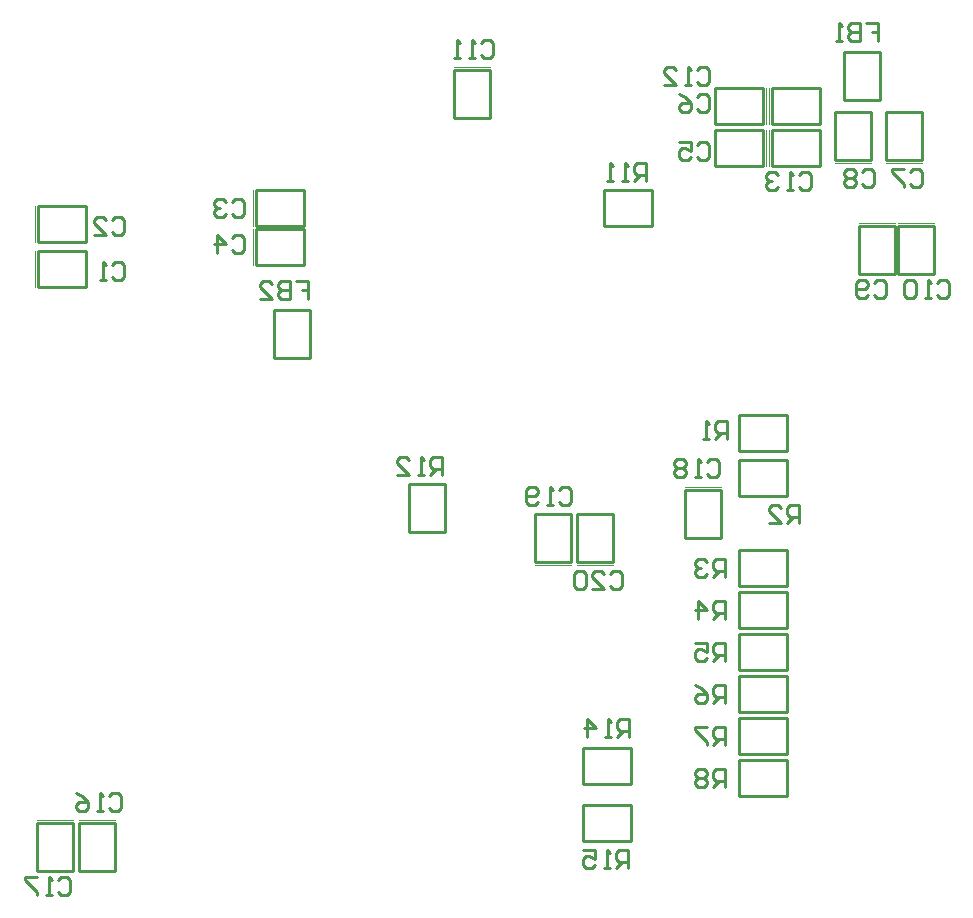
<source format=gbo>
G04 Layer_Color=32896*
%FSLAX44Y44*%
%MOMM*%
G71*
G01*
G75*
%ADD30C,0.2540*%
%ADD48C,0.0254*%
D30*
X397789Y329800D02*
Y332339D01*
X387632Y342496D01*
Y345035D01*
X397789D01*
X407946D02*
X410485Y342496D01*
X415563D02*
X418102Y345035D01*
X423181D01*
X425720Y342496D01*
Y332339D01*
X423181Y329800D01*
X418102D01*
X415563Y332339D01*
X410485Y329800D02*
X405407D01*
X407946D01*
Y345035D01*
X433340Y350120D02*
X463820D01*
Y390760D01*
X433340D01*
Y350120D01*
X461283Y400920D02*
X458743Y403459D01*
X461283Y400920D02*
X466361D01*
X468900Y403459D01*
Y413616D01*
X466361Y416155D01*
X461283D01*
X458743Y413616D01*
X453665D02*
X451126Y416155D01*
Y400920D01*
X448587D01*
X453665D01*
X440969Y403459D02*
X438430Y400920D01*
X433352D01*
X430812Y403459D01*
Y405998D01*
X433352Y408537D01*
X440969D01*
Y403459D01*
Y408537D02*
X435891Y413616D01*
X430812Y416155D01*
X428260Y390760D02*
X397780D01*
Y350120D01*
X428260D01*
Y390760D01*
X712740Y637140D02*
X743220D01*
Y677780D01*
X712740D01*
Y637140D01*
X730523Y685400D02*
X735602Y690478D01*
X733063D02*
X740680D01*
Y685400D02*
Y700635D01*
X733063D01*
X730523Y698096D01*
Y693018D01*
X733063Y690478D01*
X722906Y700635D02*
X725445Y698096D01*
Y685400D02*
X720367D01*
X722906D01*
Y700635D01*
X710210D02*
X712749Y698096D01*
X702592D02*
X705132Y700635D01*
X710210D01*
X702592Y698096D02*
Y695557D01*
X712749Y685400D01*
X702592D01*
X819420Y611740D02*
Y652380D01*
X849900D01*
Y611740D01*
X819420D01*
X852453Y591419D02*
X854992Y588880D01*
X860071D01*
X862610Y591419D01*
Y601576D01*
X860071Y604115D01*
X854992D01*
X852453Y601576D01*
Y591419D01*
X867688Y588880D02*
X877845D01*
X867688Y599037D01*
Y601576D01*
X870227Y604115D01*
X875306D01*
X877845Y601576D01*
X882923D02*
X885462Y604115D01*
X890541D01*
X893080Y601576D01*
Y591419D01*
X890541Y588880D01*
X885462D01*
X882923Y591419D01*
X885460Y611740D02*
Y652380D01*
X854980D01*
Y611740D01*
X885460D01*
X849900Y662539D02*
X847361Y660000D01*
X842282D01*
X839743Y662539D01*
X834665Y660000D02*
X829587D01*
X832126D01*
Y675235D01*
X834665Y672696D01*
X839743D02*
X842282Y675235D01*
X847361D01*
X849900Y672696D01*
Y662539D01*
X819430Y675235D02*
X821969Y672696D01*
Y670157D01*
X819430Y667617D01*
X811812D01*
Y662539D02*
Y672696D01*
X814352Y675235D01*
X819430D01*
X821969Y662539D02*
X819430Y660000D01*
X814352D01*
X811812Y662539D01*
X937526Y685545D02*
X940066Y683006D01*
X945144D01*
X947683Y685545D01*
Y688084D01*
X945144Y690623D01*
X947683Y693163D01*
Y695702D01*
X945144Y698241D01*
X940066D01*
X937526Y695702D01*
Y693163D01*
X940066Y690623D01*
X937526Y688084D01*
Y685545D01*
X940066Y690623D02*
X945144D01*
X955301Y683006D02*
X957840D01*
Y698241D01*
X960379Y695702D01*
X965457D02*
X967997Y698241D01*
X973075D01*
X975614Y695702D01*
Y685545D01*
X973075Y683006D01*
X967997D01*
X965457Y685545D01*
X960379Y683006D02*
X955301D01*
X946420Y672700D02*
X976900D01*
Y632060D01*
X946420D01*
Y672700D01*
X992140Y621900D02*
X1032780D01*
Y591420D01*
X992140D01*
Y621900D01*
X980694Y614327D02*
X973076D01*
X970537Y611788D01*
Y606710D01*
X973076Y604170D01*
X980694D01*
Y599092D02*
Y614327D01*
X975616Y604170D02*
X970537Y599092D01*
X973076Y578767D02*
X970537Y576228D01*
Y571149D01*
X973076Y568610D01*
X980694D01*
X975616D02*
X970537Y563532D01*
X980694D02*
Y578767D01*
X973076D01*
X992140Y586340D02*
X1032780D01*
Y555860D01*
X992140D01*
Y586340D01*
Y550620D02*
X1032780D01*
Y520140D01*
X992140D01*
Y550620D01*
X980694Y543047D02*
X973076D01*
X970537Y540508D01*
Y535429D01*
X973076Y532890D01*
X980694D01*
Y527812D02*
Y543047D01*
X975616Y532890D02*
X970537Y527812D01*
X992140Y515220D02*
X1032780D01*
Y484740D01*
X992140D01*
Y515220D01*
X980694Y507647D02*
X973076D01*
X970537Y505108D01*
Y500029D01*
X973076Y497490D01*
X980694D01*
Y492412D02*
Y507647D01*
X975616Y497490D02*
X970537Y492412D01*
X973076Y471927D02*
X970537Y469388D01*
Y464310D01*
X973076Y461770D01*
X980694D01*
X975616D02*
X970537Y456692D01*
X980694D02*
Y471927D01*
X973076D01*
X992140Y479500D02*
X1032780D01*
Y449020D01*
X992140D01*
Y479500D01*
Y444100D02*
X1032780D01*
Y413620D01*
X992140D01*
Y444100D01*
X980694Y436527D02*
X973076D01*
X970537Y433988D01*
Y428909D01*
X973076Y426370D01*
X980694D01*
Y421292D02*
Y436527D01*
X975616Y426370D02*
X970537Y421292D01*
X965459Y431449D02*
Y433988D01*
X962920Y436527D01*
X957841D01*
X955302Y433988D01*
Y431449D01*
X957841Y428909D01*
X955302Y426370D01*
Y423831D01*
X957841Y421292D01*
X962920D01*
X965459Y423831D01*
Y426370D01*
X962920Y428909D01*
X965459Y431449D01*
Y456692D02*
Y459231D01*
X955302Y469388D01*
Y471927D01*
X965459D01*
Y494951D02*
X962920Y492412D01*
X957841D01*
X955302Y494951D01*
Y497490D01*
X957841Y500029D01*
X965459D01*
Y494951D01*
Y500029D02*
X960381Y505108D01*
X955302Y507647D01*
Y530351D02*
X957841Y527812D01*
X962920D01*
X965459Y530351D01*
Y535429D02*
X960381Y537969D01*
X957841D01*
X955302Y535429D01*
Y530351D01*
X965459Y535429D02*
Y543047D01*
X955302D01*
X957841Y563532D02*
Y578767D01*
X965459Y571149D01*
X955302D01*
Y601631D02*
X957841Y599092D01*
X962920D01*
X965459Y601631D01*
Y611788D02*
X962920Y614327D01*
X957841D01*
X955302Y611788D01*
Y609249D01*
X957841Y606710D01*
X960381D01*
X957841D01*
X955302Y604170D01*
Y601631D01*
X1017548Y644760D02*
X1027705D01*
X1017548Y654917D01*
Y657456D01*
X1020087Y659995D01*
X1025166D01*
X1027705Y657456D01*
X1032783D02*
Y652377D01*
X1035322Y649838D01*
X1042940D01*
X1037862D02*
X1032783Y644760D01*
X1042940D02*
Y659995D01*
X1035322D01*
X1032783Y657456D01*
X1032780Y667620D02*
Y698100D01*
X992140D01*
Y667620D01*
X1032780D01*
Y705720D02*
Y736200D01*
X992140D01*
Y705720D01*
X1032780D01*
X981980Y731115D02*
X974362D01*
X971823Y728576D01*
Y723497D01*
X974362Y720958D01*
X981980D01*
Y715880D02*
Y731115D01*
X976902Y720958D02*
X971823Y715880D01*
X966745Y728576D02*
X964206Y731115D01*
Y715880D01*
X961667D01*
X966745D01*
X1093747Y835260D02*
X1091208Y837799D01*
Y847956D01*
X1093747Y850495D01*
X1098826D01*
X1101365Y847956D01*
Y845417D01*
X1098826Y842878D01*
X1091208D01*
X1093747Y835260D02*
X1098826D01*
X1101365Y837799D01*
X1093740Y855580D02*
X1124220D01*
Y896220D01*
X1093740D01*
Y855580D01*
X1106443Y847956D02*
X1108982Y850495D01*
X1114061D01*
X1116600Y847956D01*
Y837799D01*
X1114061Y835260D01*
X1108982D01*
X1106443Y837799D01*
X1126760Y855580D02*
X1157240D01*
Y896220D01*
X1126760D01*
Y855580D01*
X1134391Y850495D02*
X1131852Y847956D01*
Y837799D01*
X1134391Y835260D01*
X1139470D01*
X1142009Y837799D01*
Y847956D01*
X1139470Y850495D01*
X1134391D01*
X1152166D02*
X1154705Y847956D01*
X1152166Y850495D02*
Y835260D01*
X1149627D01*
X1154705D01*
X1162322D02*
X1159783Y837799D01*
X1162322Y835260D02*
X1167401D01*
X1169940Y837799D01*
Y847956D01*
X1167401Y850495D01*
X1162322D01*
X1159783Y847956D01*
X1147080Y931779D02*
X1144541Y929240D01*
X1139463D01*
X1136923Y931779D01*
X1131845D02*
Y929240D01*
Y931779D02*
X1121688Y941936D01*
Y944475D01*
X1131845D01*
X1139463D02*
X1144541D01*
X1147080Y941936D01*
Y931779D01*
X1136923Y941936D02*
X1139463Y944475D01*
X1147080Y952100D02*
Y992740D01*
X1116600D01*
Y952100D01*
X1147080D01*
X1104263Y992740D02*
X1073783D01*
Y952100D01*
X1104263D01*
Y992740D01*
X1103901Y944475D02*
X1106440Y941936D01*
Y931779D01*
X1103901Y929240D01*
X1098822D01*
X1096283Y931779D01*
X1091205D02*
Y934318D01*
X1088666Y936858D01*
X1091205Y939397D01*
Y941936D01*
X1088666Y944475D01*
X1083587D01*
X1081048Y941936D01*
Y939397D01*
X1083587Y936858D01*
X1081048Y934318D01*
Y931779D01*
X1083587Y929240D01*
X1088666D01*
X1091205Y931779D01*
X1088666Y936858D02*
X1083587D01*
X1096283Y941936D02*
X1098822Y944475D01*
X1103901D01*
X1111520Y1002900D02*
Y1043540D01*
X1081040D01*
Y1002900D01*
X1111520D01*
X1110234Y1052322D02*
Y1059939D01*
X1105156D01*
X1110234D01*
Y1067557D01*
X1100077D01*
X1094999D02*
Y1052322D01*
X1087381D01*
X1084842Y1054861D01*
Y1057400D01*
X1087381Y1059939D01*
X1094999D01*
X1087381D01*
X1084842Y1062479D01*
Y1065018D01*
X1087381Y1067557D01*
X1094999D01*
X1077225D02*
X1079764Y1065018D01*
X1077225Y1067557D02*
Y1052322D01*
X1074686D01*
X1079764D01*
X1060720Y1013060D02*
Y982580D01*
X1020080D01*
Y1013060D01*
X1060720D01*
Y977500D02*
Y947020D01*
X1020080D01*
Y977500D01*
X1060720D01*
X1045482Y941935D02*
X1050561D01*
X1053100Y939396D01*
Y929239D01*
X1050561Y926700D01*
X1045482D01*
X1042943Y929239D01*
X1037865Y926700D02*
X1032787D01*
X1035326D01*
Y941935D01*
X1037865Y939396D01*
X1042943D02*
X1045482Y941935D01*
X1025169Y939396D02*
X1022630Y941935D01*
X1017551D01*
X1015012Y939396D01*
Y936857D01*
X1017551Y934317D01*
X1020091D01*
X1017551D01*
X1015012Y931778D01*
Y929239D01*
X1017551Y926700D01*
X1022630D01*
X1025169Y929239D01*
X1012460Y947020D02*
Y977500D01*
X971820D01*
Y947020D01*
X1012460D01*
Y982580D02*
Y1013060D01*
X971820D01*
Y982580D01*
X1012460D01*
X966740Y1028296D02*
Y1018139D01*
X964201Y1015600D01*
X959122D01*
X956583Y1018139D01*
X951505Y1015600D02*
X946427D01*
X948966D01*
Y1030835D01*
X951505Y1028296D01*
X956583D02*
X959122Y1030835D01*
X964201D01*
X966740Y1028296D01*
X964201Y1007975D02*
X966740Y1005436D01*
Y995279D01*
X964201Y992740D01*
X959122D01*
X956583Y995279D01*
X951505D02*
X948966Y992740D01*
X943887D01*
X941348Y995279D01*
Y997818D01*
X943887Y1000358D01*
X951505D01*
Y995279D01*
Y967335D02*
Y959717D01*
X946427Y962257D01*
X943887D01*
X941348Y959717D01*
Y954639D01*
X943887Y952100D01*
X948966D01*
X951505Y954639D01*
X956583D02*
X959122Y952100D01*
X964201D01*
X966740Y954639D01*
Y964796D01*
X964201Y967335D01*
X959122D01*
X956583Y964796D01*
X951505Y967335D02*
X941348D01*
X918480Y926700D02*
X877840D01*
Y896220D01*
X918480D01*
Y926700D01*
X913400Y949555D02*
X905782D01*
X903243Y947016D01*
Y941937D01*
X905782Y939398D01*
X913400D01*
Y934320D02*
Y949555D01*
X895626D02*
X898165Y947016D01*
X895626Y949555D02*
Y934320D01*
X893087D01*
X898165D01*
X903243D02*
X908322Y939398D01*
X885469Y947016D02*
X882930Y949555D01*
Y934320D01*
X880391D01*
X885469D01*
X946427Y1005436D02*
X951505Y1000358D01*
X956583Y1005436D02*
X959122Y1007975D01*
X964201D01*
X946427Y1005436D02*
X941348Y1007975D01*
X938809Y1015600D02*
X928652Y1025757D01*
Y1028296D01*
X931191Y1030835D01*
X936270D01*
X938809Y1028296D01*
Y1015600D02*
X928652D01*
X783860Y1051156D02*
Y1040999D01*
X781321Y1038460D01*
X776243D01*
X773703Y1040999D01*
X768625Y1038460D02*
X763547D01*
X766086D01*
Y1053695D01*
X768625Y1051156D01*
X773703D02*
X776243Y1053695D01*
X781321D01*
X783860Y1051156D01*
X781320Y1028300D02*
X750840D01*
Y987660D01*
X781320D01*
Y1028300D01*
X755929Y1051156D02*
X753390Y1053695D01*
Y1038460D01*
X750851D01*
X755929D01*
X623840Y926700D02*
Y896220D01*
X583200D01*
Y926700D01*
X623840D01*
Y893680D02*
Y863200D01*
X583200D01*
Y893680D01*
X623840D01*
X617477Y849117D02*
X627634D01*
Y841499D01*
X622556D01*
X627634D01*
Y833882D01*
X628920Y825100D02*
Y784460D01*
X598440D01*
Y825100D01*
X628920D01*
X612399Y841499D02*
X604781D01*
X612399D01*
Y849117D02*
Y833882D01*
X604781D01*
X602242Y836421D01*
Y838960D01*
X604781Y841499D01*
X602242Y844039D01*
Y846578D01*
X604781Y849117D01*
X612399D01*
X594625D02*
X597164Y846578D01*
X594625Y849117D02*
X589546D01*
X587007Y846578D01*
Y844039D01*
X597164Y833882D01*
X587007D01*
X573040Y875899D02*
X570501Y873360D01*
X565423D01*
X562883Y875899D01*
Y886056D02*
X565423Y888595D01*
X570501D01*
X573040Y886056D01*
Y875899D01*
Y906379D02*
X570501Y903840D01*
X565423D01*
X562883Y906379D01*
X557805D02*
X555266Y903840D01*
X550187D01*
X547648Y906379D01*
Y908918D01*
X550187Y911458D01*
X552727D01*
X550187D01*
X547648Y913997D01*
Y916536D01*
X550187Y919075D01*
X555266D01*
X557805Y916536D01*
X562883D02*
X565423Y919075D01*
X570501D01*
X573040Y916536D01*
Y906379D01*
X550187Y888595D02*
X557805Y880977D01*
X547648D01*
X550187Y873360D02*
Y888595D01*
X471440Y891139D02*
X468901Y888600D01*
X463823D01*
X461283Y891139D01*
Y901296D02*
X463823Y903835D01*
X468901D01*
X471440Y901296D01*
Y891139D01*
X468901Y865735D02*
X471440Y863196D01*
Y853039D01*
X468901Y850500D01*
X463823D01*
X461283Y853039D01*
Y863196D02*
X463823Y865735D01*
X468901D01*
X456205Y888600D02*
X446048Y898757D01*
Y901296D01*
X448587Y903835D01*
X453666D01*
X456205Y901296D01*
Y888600D02*
X446048D01*
X439563Y912730D02*
Y882250D01*
X398923D01*
Y912730D01*
X439563D01*
Y874630D02*
Y844150D01*
X398923D01*
Y874630D01*
X439563D01*
X453666Y865735D02*
X456205Y863196D01*
X453666Y865735D02*
Y850500D01*
X451127D01*
X456205D01*
X860060Y454260D02*
X900700D01*
Y423780D01*
X860060D01*
Y454260D01*
Y406000D02*
X900700D01*
Y375520D01*
X860060D01*
Y406000D01*
X860072Y367935D02*
X870229D01*
Y360317D01*
X865151Y362857D01*
X862611D01*
X860072Y360317D01*
Y355239D01*
X862611Y352700D01*
X867690D01*
X870229Y355239D01*
X877847Y352700D02*
X880386D01*
Y367935D01*
X882925Y365396D01*
X888003D02*
Y360317D01*
X890543Y357778D01*
X898160D01*
Y352700D02*
Y367935D01*
X890543D01*
X888003Y365396D01*
Y352700D02*
X893082Y357778D01*
X882925Y352700D02*
X877847D01*
X957841Y428909D02*
X962920D01*
X899414Y463042D02*
Y478277D01*
X891796D01*
X889257Y475738D01*
Y470659D01*
X891796Y468120D01*
X899414D01*
X894336D02*
X889257Y463042D01*
X884179D02*
X879101D01*
X881640D01*
Y478277D01*
X884179Y475738D01*
X871483Y470659D02*
X861326D01*
X863866Y463042D02*
Y478277D01*
X871483Y470659D01*
D48*
X397780Y393300D02*
X428260D01*
X433340D02*
X463820D01*
X819420Y609200D02*
X849900D01*
X854980D02*
X885460D01*
X946420Y675240D02*
X976900D01*
X1157240Y898760D02*
X1126760D01*
X1124220D02*
X1093740D01*
X1147080Y949560D02*
X1116600D01*
X1104263D02*
X1073783D01*
X1017540Y1013060D02*
Y982580D01*
X1015000D02*
Y1013060D01*
Y977500D02*
Y947020D01*
X1017540D02*
Y977500D01*
X781320Y1030840D02*
X750840D01*
X580660Y926700D02*
Y896220D01*
Y893680D02*
Y863200D01*
X396383Y912730D02*
Y882250D01*
Y874630D02*
Y844150D01*
M02*

</source>
